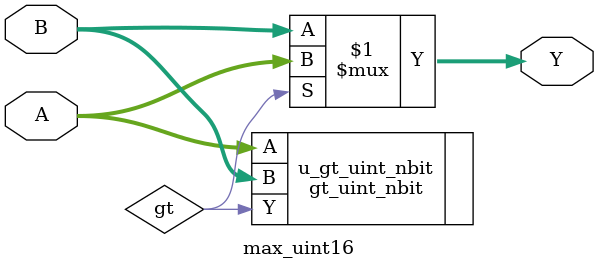
<source format=v>

module max_uint16 #(
    parameter WIDTH = 16,
    parameter IMPL_TYPE = 0
)(
    input [WIDTH-1:0] A,
    input [WIDTH-1:0] B,
    output [WIDTH-1:0] Y,
);

    wire gt;
    gt_uint_nbit #(
        .WIDTH(WIDTH),
        .IMPL_TYPE(IMPL_TYPE)
    ) u_gt_uint_nbit (
        .A(A),
        .B(B),
        .Y(gt)
    );

    assign Y = gt ? A : B;

endmodule

</source>
